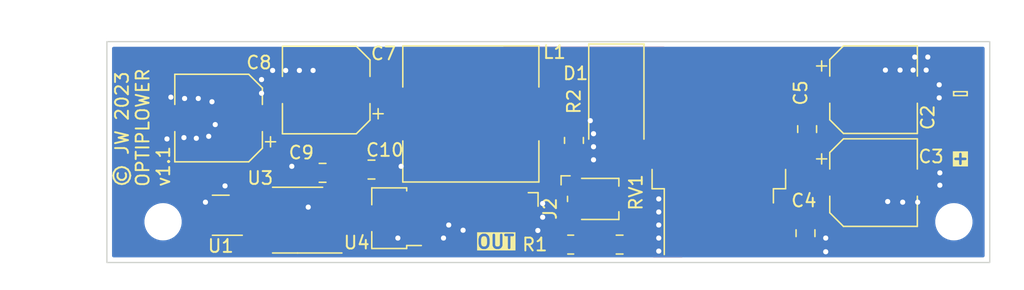
<source format=kicad_pcb>
(kicad_pcb (version 20221018) (generator pcbnew)
  (title_block (comment 4 "AISLER Project ID: VBFHKIOV"))
  (layers (0 "F.Cu" signal) (31 "B.Cu" signal) (34 "B.Paste" user) (35 "F.Paste" user) (36 "B.SilkS" user "B.Silkscreen") (37 "F.SilkS" user "F.Silkscreen") (38 "B.Mask" user) (39 "F.Mask" user) (44 "Edge.Cuts" user))
  (net 0 "")
  (net 1 "+3V3")
  (net 2 "GND")
  (net 3 "+24V")
  (net 4 "Net-(U2-VC)")
  (net 5 "VCC")
  (net 6 "Net-(U2-FB)")
  (net 7 "/SENSE")
  (net 8 "Net-(R1-Pad2)")
  (net 9 "Net-(R2-Pad1)")
  (net 13 "/SW")
  (footprint "Capacitor_SMD:CP_Elec_6.3x7.7" (layer "F.Cu") (at 196.8576 84.3788 180)
    (fp_text reference "C8" (at -3.142 4.318) (layer "F.SilkS"))
    (fp_text value "220uF")
    (fp_line (start -4.4375 -1.8475) (end -3.65 -1.8475) (stroke (width 0.12)) (layer "F.SilkS"))
    (fp_line (start -4.04375 -2.24125) (end -4.04375 -1.45375) (stroke (width 0.12)) (layer "F.SilkS"))
    (fp_line (start -3.41 -2.345563) (end -3.41 -1.06) (stroke (width 0.12)) (layer "F.SilkS"))
    (fp_line (start -3.41 -2.345563) (end -2.345563 -3.41) (stroke (width 0.12)) (layer "F.SilkS"))
    (fp_line (start -3.41 2.345563) (end -3.41 1.06) (stroke (width 0.12)) (layer "F.SilkS"))
    (fp_line (start -3.41 2.345563) (end -2.345563 3.41) (stroke (width 0.12)) (layer "F.SilkS"))
    (fp_line (start -2.345563 -3.41) (end 3.41 -3.41) (stroke (width 0.12)) (layer "F.SilkS"))
    (fp_line (start -2.345563 3.41) (end 3.41 3.41) (stroke (width 0.12)) (layer "F.SilkS"))
    (fp_line (start 3.41 -3.41) (end 3.41 -1.06) (stroke (width 0.12)) (layer "F.SilkS"))
    (fp_line (start 3.41 3.41) (end 3.41 1.06) (stroke (width 0.12)) (layer "F.SilkS"))
    (pad "1" smd roundrect (at -2.7 0 180) (size 3.5 1.6) (layers "F.Cu" "F.Paste" "F.Mask") (roundrect_rratio 0.15625) (net 5 "VCC"))
    (pad "2" smd roundrect (at 2.7 0 180) (size 3.5 1.6) (layers "F.Cu" "F.Paste" "F.Mask") (roundrect_rratio 0.15625) (net 2 "GND"))
  )
  (footprint "MountingHole:MountingHole_2.2mm_M2" (layer "F.Cu") (at 192.532 92.456)
    (fp_text reference "H1" hide)
    (fp_text value "~" hide)
    (pad "" np_thru_hole circle (at 0 0) (size 2.2 2.2) (drill 2.2) (layers "*.Cu" "*.Mask"))
  )
  (footprint "Package_SO:SOIC-8_3.9x4.9mm_P1.27mm" (layer "F.Cu") (at 203.011 92.329 180)
    (fp_text reference "U3" (at 2.9098 3.2766) (layer "F.SilkS"))
    (fp_text value "ATtiny25-10SSU")
    (fp_line (start 0 -2.56) (end -3.45 -2.56) (stroke (width 0.12)) (layer "F.SilkS"))
    (fp_line (start 0 -2.56) (end 1.95 -2.56) (stroke (width 0.12)) (layer "F.SilkS"))
    (fp_line (start 0 2.56) (end -1.95 2.56) (stroke (width 0.12)) (layer "F.SilkS"))
    (fp_line (start 0 2.56) (end 1.95 2.56) (stroke (width 0.12)) (layer "F.SilkS"))
    (pad "1" smd roundrect (at -2.475 -1.905 180) (size 1.95 0.6) (layers "F.Cu" "F.Paste" "F.Mask"))
    (pad "2" smd roundrect (at -2.475 -0.635 180) (size 1.95 0.6) (layers "F.Cu" "F.Paste" "F.Mask"))
    (pad "3" smd roundrect (at -2.475 0.635 180) (size 1.95 0.6) (layers "F.Cu" "F.Paste" "F.Mask"))
    (pad "4" smd roundrect (at -2.475 1.905 180) (size 1.95 0.6) (layers "F.Cu" "F.Paste" "F.Mask") (net 2 "GND"))
    (pad "5" smd roundrect (at 2.475 1.905 180) (size 1.95 0.6) (layers "F.Cu" "F.Paste" "F.Mask"))
    (pad "6" smd roundrect (at 2.475 0.635 180) (size 1.95 0.6) (layers "F.Cu" "F.Paste" "F.Mask"))
    (pad "7" smd roundrect (at 2.475 -0.635 180) (size 1.95 0.6) (layers "F.Cu" "F.Paste" "F.Mask") (net 7 "/SENSE"))
    (pad "8" smd roundrect (at 2.475 -1.905 180) (size 1.95 0.6) (layers "F.Cu" "F.Paste" "F.Mask") (net 1 "+3V3"))
  )
  (footprint "Capacitor_SMD:C_0805_2012Metric_Pad1.18x1.45mm_HandSolder" (layer "F.Cu") (at 228.092 94.234)
    (fp_text reference "C6" hide)
    (fp_text value "33n")
    (fp_line (start -0.261252 -0.735) (end 0.261252 -0.735) (stroke (width 0.12)) (layer "F.SilkS"))
    (fp_line (start -0.261252 0.735) (end 0.261252 0.735) (stroke (width 0.12)) (layer "F.SilkS"))
    (pad "1" smd roundrect (at -1.0375 0) (size 1.175 1.45) (layers "F.Cu" "F.Paste" "F.Mask") (roundrect_rratio 0.2127659574) (net 5 "VCC"))
    (pad "2" smd roundrect (at 1.0375 0) (size 1.175 1.45) (layers "F.Cu" "F.Paste" "F.Mask") (roundrect_rratio 0.2127659574) (net 6 "Net-(U2-FB)"))
  )
  (footprint "Capacitor_SMD:CP_Elec_6.3x7.7" (layer "F.Cu") (at 205.2396 82.1944 180)
    (fp_text reference "C7" (at -4.4628 2.8448) (layer "F.SilkS"))
    (fp_text value "220uF")
    (fp_line (start -4.4375 -1.8475) (end -3.65 -1.8475) (stroke (width 0.12)) (layer "F.SilkS"))
    (fp_line (start -4.04375 -2.24125) (end -4.04375 -1.45375) (stroke (width 0.12)) (layer "F.SilkS"))
    (fp_line (start -3.41 -2.345563) (end -3.41 -1.06) (stroke (width 0.12)) (layer "F.SilkS"))
    (fp_line (start -3.41 -2.345563) (end -2.345563 -3.41) (stroke (width 0.12)) (layer "F.SilkS"))
    (fp_line (start -3.41 2.345563) (end -3.41 1.06) (stroke (width 0.12)) (layer "F.SilkS"))
    (fp_line (start -3.41 2.345563) (end -2.345563 3.41) (stroke (width 0.12)) (layer "F.SilkS"))
    (fp_line (start -2.345563 -3.41) (end 3.41 -3.41) (stroke (width 0.12)) (layer "F.SilkS"))
    (fp_line (start -2.345563 3.41) (end 3.41 3.41) (stroke (width 0.12)) (layer "F.SilkS"))
    (fp_line (start 3.41 -3.41) (end 3.41 -1.06) (stroke (width 0.12)) (layer "F.SilkS"))
    (fp_line (start 3.41 3.41) (end 3.41 1.06) (stroke (width 0.12)) (layer "F.SilkS"))
    (pad "1" smd roundrect (at -2.7 0 180) (size 3.5 1.6) (layers "F.Cu" "F.Paste" "F.Mask") (roundrect_rratio 0.15625) (net 5 "VCC"))
    (pad "2" smd roundrect (at 2.7 0 180) (size 3.5 1.6) (layers "F.Cu" "F.Paste" "F.Mask") (roundrect_rratio 0.15625) (net 2 "GND"))
  )
  (footprint "Capacitor_SMD:CP_Elec_6.3x7.7" (layer "F.Cu") (at 247.871 89.408)
    (fp_text reference "C3" (at 4.478 -2.032) (layer "F.SilkS"))
    (fp_text value "220uF")
    (fp_line (start -4.4375 -1.8475) (end -3.65 -1.8475) (stroke (width 0.12)) (layer "F.SilkS"))
    (fp_line (start -4.04375 -2.24125) (end -4.04375 -1.45375) (stroke (width 0.12)) (layer "F.SilkS"))
    (fp_line (start -3.41 -2.345563) (end -3.41 -1.06) (stroke (width 0.12)) (layer "F.SilkS"))
    (fp_line (start -3.41 -2.345563) (end -2.345563 -3.41) (stroke (width 0.12)) (layer "F.SilkS"))
    (fp_line (start -3.41 2.345563) (end -3.41 1.06) (stroke (width 0.12)) (layer "F.SilkS"))
    (fp_line (start -3.41 2.345563) (end -2.345563 3.41) (stroke (width 0.12)) (layer "F.SilkS"))
    (fp_line (start -2.345563 -3.41) (end 3.41 -3.41) (stroke (width 0.12)) (layer "F.SilkS"))
    (fp_line (start -2.345563 3.41) (end 3.41 3.41) (stroke (width 0.12)) (layer "F.SilkS"))
    (fp_line (start 3.41 -3.41) (end 3.41 -1.06) (stroke (width 0.12)) (layer "F.SilkS"))
    (fp_line (start 3.41 3.41) (end 3.41 1.06) (stroke (width 0.12)) (layer "F.SilkS"))
    (pad "1" smd roundrect (at -2.7 0) (size 3.5 1.6) (layers "F.Cu" "F.Paste" "F.Mask") (roundrect_rratio 0.15625) (net 3 "+24V"))
    (pad "2" smd roundrect (at 2.7 0) (size 3.5 1.6) (layers "F.Cu" "F.Paste" "F.Mask") (roundrect_rratio 0.15625) (net 2 "GND"))
  )
  (footprint "Capacitor_SMD:C_0805_2012Metric_Pad1.18x1.45mm_HandSolder" (layer "F.Cu") (at 208.7665 88.392)
    (fp_text reference "C10" (at 1.0375 -1.524) (layer "F.SilkS"))
    (fp_text value "1uF")
    (fp_line (start -0.261252 -0.735) (end 0.261252 -0.735) (stroke (width 0.12)) (layer "F.SilkS"))
    (fp_line (start -0.261252 0.735) (end 0.261252 0.735) (stroke (width 0.12)) (layer "F.SilkS"))
    (pad "1" smd roundrect (at -1.0375 0) (size 1.175 1.45) (layers "F.Cu" "F.Paste" "F.Mask") (roundrect_rratio 0.2127659574) (net 1 "+3V3"))
    (pad "2" smd roundrect (at 1.0375 0) (size 1.175 1.45) (layers "F.Cu" "F.Paste" "F.Mask") (roundrect_rratio 0.2127659574) (net 2 "GND"))
  )
  (footprint "Capacitor_SMD:CP_Elec_6.3x7.7" (layer "F.Cu") (at 247.871 82.169)
    (fp_text reference "C2" (at 4.224 2.159 90) (layer "F.SilkS"))
    (fp_text value "220uF")
    (fp_line (start -4.4375 -1.8475) (end -3.65 -1.8475) (stroke (width 0.12)) (layer "F.SilkS"))
    (fp_line (start -4.04375 -2.24125) (end -4.04375 -1.45375) (stroke (width 0.12)) (layer "F.SilkS"))
    (fp_line (start -3.41 -2.345563) (end -3.41 -1.06) (stroke (width 0.12)) (layer "F.SilkS"))
    (fp_line (start -3.41 -2.345563) (end -2.345563 -3.41) (stroke (width 0.12)) (layer "F.SilkS"))
    (fp_line (start -3.41 2.345563) (end -3.41 1.06) (stroke (width 0.12)) (layer "F.SilkS"))
    (fp_line (start -3.41 2.345563) (end -2.345563 3.41) (stroke (width 0.12)) (layer "F.SilkS"))
    (fp_line (start -2.345563 -3.41) (end 3.41 -3.41) (stroke (width 0.12)) (layer "F.SilkS"))
    (fp_line (start -2.345563 3.41) (end 3.41 3.41) (stroke (width 0.12)) (layer "F.SilkS"))
    (fp_line (start 3.41 -3.41) (end 3.41 -1.06) (stroke (width 0.12)) (layer "F.SilkS"))
    (fp_line (start 3.41 3.41) (end 3.41 1.06) (stroke (width 0.12)) (layer "F.SilkS"))
    (pad "1" smd roundrect (at -2.7 0) (size 3.5 1.6) (layers "F.Cu" "F.Paste" "F.Mask") (roundrect_rratio 0.15625) (net 3 "+24V"))
    (pad "2" smd roundrect (at 2.7 0) (size 3.5 1.6) (layers "F.Cu" "F.Paste" "F.Mask") (roundrect_rratio 0.15625) (net 2 "GND"))
  )
  (footprint "Capacitor_SMD:C_0805_2012Metric_Pad1.18x1.45mm_HandSolder" (layer "F.Cu") (at 242.697 85.2385 90)
    (fp_text reference "C5" (at 2.8155 -0.508 90) (layer "F.SilkS"))
    (fp_text value "1uF")
    (fp_line (start -0.261252 -0.735) (end 0.261252 -0.735) (stroke (width 0.12)) (layer "F.SilkS"))
    (fp_line (start -0.261252 0.735) (end 0.261252 0.735) (stroke (width 0.12)) (layer "F.SilkS"))
    (pad "1" smd roundrect (at -1.0375 0 90) (size 1.175 1.45) (layers "F.Cu" "F.Paste" "F.Mask") (roundrect_rratio 0.2127659574) (net 3 "+24V"))
    (pad "2" smd roundrect (at 1.0375 0 90) (size 1.175 1.45) (layers "F.Cu" "F.Paste" "F.Mask") (roundrect_rratio 0.2127659574) (net 4 "Net-(U2-VC)"))
  )
  (footprint "Optiplower:5.08_PWR_IN" (layer "F.Cu") (at 254.635 85.09 90)
    (fp_text reference "J1" hide)
    (fp_text value "Conn_01x02" hide)
    (pad "1" smd rect (at 0 0 90) (size 2.08 3.6) (layers "F.Cu" "F.Paste" "F.Mask") (net 3 "+24V"))
    (pad "2" smd roundrect (at 5.08 0 90) (size 2.08 3.6) (layers "F.Cu" "F.Paste" "F.Mask") (roundrect_rratio 0) (chamfer_ratio 0.3) (chamfer top_right) (net 2 "GND"))
  )
  (footprint "Optiplower:Output_pads" (layer "F.Cu") (at 220.98 91.44 -90)
    (fp_text reference "J2" (at 0 -1.695 -90) (layer "F.SilkS"))
    (fp_text value "Conn_01x03")
    (fp_line (start -1.25 -0.76) (end -0.195 -0.76) (stroke (width 0.12)) (layer "F.SilkS"))
    (fp_line (start -1.25 0) (end -1.25 -0.76) (stroke (width 0.12)) (layer "F.SilkS"))
    (pad "1" smd roundrect (at 0 0 270) (size 2 1) (layers "F.Cu" "F.Paste" "F.Mask") (roundrect_rratio 0) (chamfer_ratio 0.3) (chamfer top_left) (net 2 "GND"))
    (pad "2" smd rect (at 0 1.27 270) (size 2 1) (layers "F.Cu" "F.Paste" "F.Mask") (net 5 "VCC"))
    (pad "3" smd rect (at 0 2.54 270) (size 2 1) (layers "F.Cu" "F.Paste" "F.Mask") (net 7 "/SENSE"))
    (pad "4" smd rect (at 0 3.81 270) (size 2 1) (layers "F.Cu" "F.Paste" "F.Mask") (net 5 "VCC"))
    (pad "5" smd rect (at 0 5.08 270) (size 2 1) (layers "F.Cu" "F.Paste" "F.Mask") (net 2 "GND"))
  )
  (footprint "Capacitor_SMD:C_0805_2012Metric_Pad1.18x1.45mm_HandSolder" (layer "F.Cu") (at 204.9565 88.646 180)
    (fp_text reference "C9" (at 1.6549 1.5748) (layer "F.SilkS"))
    (fp_text value "1uF")
    (fp_line (start -0.261252 -0.735) (end 0.261252 -0.735) (stroke (width 0.12)) (layer "F.SilkS"))
    (fp_line (start -0.261252 0.735) (end 0.261252 0.735) (stroke (width 0.12)) (layer "F.SilkS"))
    (pad "1" smd roundrect (at -1.0375 0 180) (size 1.175 1.45) (layers "F.Cu" "F.Paste" "F.Mask") (roundrect_rratio 0.2127659574) (net 5 "VCC"))
    (pad "2" smd roundrect (at 1.0375 0 180) (size 1.175 1.45) (layers "F.Cu" "F.Paste" "F.Mask") (roundrect_rratio 0.2127659574) (net 2 "GND"))
  )
  (footprint "Package_TO_SOT_SMD:TO-263-5_TabPin3" (layer "F.Cu") (at 235.82 85.06 90)
    (fp_text reference "U2" hide)
    (fp_text value "XL4015")
    (fp_line (start -4.825 -5.2) (end -4.825 -4.25) (stroke (width 0.12)) (layer "F.SilkS"))
    (fp_line (start -4.825 -4.25) (end -9.95 -4.25) (stroke (width 0.12)) (layer "F.SilkS"))
    (fp_line (start -4.825 4.25) (end -5.925 4.25) (stroke (width 0.12)) (layer "F.SilkS"))
    (fp_line (start -4.825 5.2) (end -4.825 4.25) (stroke (width 0.12)) (layer "F.SilkS"))
    (fp_line (start -3.325 -5.2) (end -4.825 -5.2) (stroke (width 0.12)) (layer "F.SilkS"))
    (fp_line (start -3.325 5.2) (end -4.825 5.2) (stroke (width 0.12)) (layer "F.SilkS"))
    (pad "1" smd roundrect (at -7.65 -3.4 90) (size 4.6 1.1) (layers "F.Cu" "F.Paste" "F.Mask") (roundrect_rratio 0.2272727273) (net 2 "GND"))
    (pad "2" smd roundrect (at -7.65 -1.7 90) (size 4.6 1.1) (layers "F.Cu" "F.Paste" "F.Mask") (roundrect_rratio 0.2272727273) (net 6 "Net-(U2-FB)"))
    (pad "3" smd roundrect (at -7.65 0 90) (size 4.6 1.1) (layers "F.Cu" "F.Paste" "F.Mask") (roundrect_rratio 0.2272727273) (net 13 "/SW"))
    (pad "3" smd roundrect (at -0.925 -2.775 90) (size 4.55 5.25) (layers "F.Cu" "F.Paste") (roundrect_rratio 0.05494505495) (net 13 "/SW"))
    (pad "3" smd roundrect (at -0.925 2.775 90) (size 4.55 5.25) (layers "F.Cu" "F.Paste") (roundrect_rratio 0.05494505495) (net 13 "/SW"))
    (pad "3" smd roundrect (at 1.5 0 90) (size 9.4 10.8) (layers "F.Cu" "F.Mask") (roundrect_rratio 0.02659595745) (net 13 "/SW"))
    (pad "3" smd roundrect (at 3.925 -2.775 90) (size 4.55 5.25) (layers "F.Cu" "F.Paste") (roundrect_rratio 0.05494505495) (net 13 "/SW"))
    (pad "3" smd roundrect (at 3.925 2.775 90) (size 4.55 5.25) (layers "F.Cu" "F.Paste") (roundrect_rratio 0.05494505495) (net 13 "/SW"))
    (pad "4" smd roundrect (at -7.65 1.7 90) (size 4.6 1.1) (layers "F.Cu" "F.Paste" "F.Mask") (roundrect_rratio 0.2272727273) (net 4 "Net-(U2-VC)"))
    (pad "5" smd roundrect (at -7.65 3.4 90) (size 4.6 1.1) (layers "F.Cu" "F.Paste" "F.Mask") (roundrect_rratio 0.2272727273) (net 3 "+24V"))
  )
  (footprint "Resistor_SMD:R_0805_2012Metric_Pad1.20x1.40mm_HandSolder" (layer "F.Cu") (at 224.282 94.234)
    (fp_text reference "R1" (at -2.794 0) (layer "F.SilkS"))
    (fp_text value "150K")
    (fp_line (start -0.227064 -0.735) (end 0.227064 -0.735) (stroke (width 0.12)) (layer "F.SilkS"))
    (fp_line (start -0.227064 0.735) (end 0.227064 0.735) (stroke (width 0.12)) (layer "F.SilkS"))
    (pad "1" smd roundrect (at -1 0) (size 1.2 1.4) (layers "F.Cu" "F.Paste" "F.Mask") (roundrect_rratio 0.2083333333) (net 5 "VCC"))
    (pad "2" smd roundrect (at 1 0) (size 1.2 1.4) (layers "F.Cu" "F.Paste" "F.Mask") (roundrect_rratio 0.2083333333) (net 8 "Net-(R1-Pad2)"))
  )
  (footprint "Package_TO_SOT_SMD:SOT-23" (layer "F.Cu") (at 197.0255 91.948 180)
    (fp_text reference "U1" (at 0 -2.4) (layer "F.SilkS"))
    (fp_text value "DS2502S+")
    (fp_line (start 0 -1.56) (end -1.675 -1.56) (stroke (width 0.12)) (layer "F.SilkS"))
    (fp_line (start 0 -1.56) (end 0.65 -1.56) (stroke (width 0.12)) (layer "F.SilkS"))
    (fp_line (start 0 1.56) (end -0.65 1.56) (stroke (width 0.12)) (layer "F.SilkS"))
    (fp_line (start 0 1.56) (end 0.65 1.56) (stroke (width 0.12)) (layer "F.SilkS"))
    (pad "1" smd roundrect (at -0.9375 -0.95 180) (size 1.475 0.6) (layers "F.Cu" "F.Paste" "F.Mask") (net 7 "/SENSE"))
    (pad "2" smd roundrect (at -0.9375 0.95 180) (size 1.475 0.6) (layers "F.Cu" "F.Paste" "F.Mask") (net 2 "GND"))
    (pad "3" smd roundrect (at 0.9375 0 180) (size 1.475 0.6) (layers "F.Cu" "F.Paste" "F.Mask") (net 2 "GND"))
  )
  (footprint "MountingHole:MountingHole_2.2mm_M2" (layer "F.Cu") (at 254.127 92.456)
    (fp_text reference "H2" hide)
    (fp_text value "~" hide)
    (pad "" np_thru_hole circle (at 0 0) (size 2.2 2.2) (drill 2.2) (layers "*.Cu" "*.Mask"))
  )
  (footprint "Optiplower:L_MDA1050_10x11mm" (layer "F.Cu") (at 216.505 84.06 180)
    (fp_text reference "L1" (at -6.507 4.812) (layer "F.SilkS"))
    (fp_text value "47uH")
    (fp_line (start -5.3 -5.3) (end 5.3 -5.3) (stroke (width 0.12)) (layer "F.SilkS"))
    (fp_line (start -5.3 -2.1) (end -5.3 -5.3) (stroke (width 0.12)) (layer "F.SilkS"))
    (fp_line (start -5.3 5.3) (end -5.3 2.1) (stroke (width 0.12)) (layer "F.SilkS"))
    (fp_line (start 5.3 -5.3) (end 5.3 -2.1) (stroke (width 0.12)) (layer "F.SilkS"))
    (fp_line (start 5.3 2.1) (end 5.3 5.3) (stroke (width 0.12)) (layer "F.SilkS"))
    (fp_line (start 5.3 5.3) (end -5.3 5.3) (stroke (width 0.12)) (layer "F.SilkS"))
    (pad "1" smd rect (at -4.475 0 180) (size 3.55 3.5) (layers "F.Cu" "F.Paste" "F.Mask") (net 13 "/SW"))
    (pad "2" smd rect (at 4.475 0 180) (size 3.55 3.5) (layers "F.Cu" "F.Paste" "F.Mask") (net 5 "VCC"))
  )
  (footprint "Resistor_SMD:R_0805_2012Metric_Pad1.20x1.40mm_HandSolder" (layer "F.Cu") (at 224.536 86.122 90)
    (fp_text reference "R2" (at 3.032 0 90) (layer "F.SilkS"))
    (fp_text value "10K")
    (fp_line (start -0.227064 -0.735) (end 0.227064 -0.735) (stroke (width 0.12)) (layer "F.SilkS"))
    (fp_line (start -0.227064 0.735) (end 0.227064 0.735) (stroke (width 0.12)) (layer "F.SilkS"))
    (pad "1" smd roundrect (at -1 0 90) (size 1.2 1.4) (layers "F.Cu" "F.Paste" "F.Mask") (roundrect_rratio 0.2083333333) (net 9 "Net-(R2-Pad1)"))
    (pad "2" smd roundrect (at 1 0 90) (size 1.2 1.4) (layers "F.Cu" "F.Paste" "F.Mask") (roundrect_rratio 0.2083333333) (net 2 "GND"))
  )
  (footprint "Capacitor_SMD:C_0805_2012Metric_Pad1.18x1.45mm_HandSolder" (layer "F.Cu") (at 242.57 93.345 -90)
    (fp_text reference "C4" (at -2.54 0.127) (layer "F.SilkS"))
    (fp_text value "1uF")
    (fp_line (start -0.261252 -0.735) (end 0.261252 -0.735) (stroke (width 0.12)) (layer "F.SilkS"))
    (fp_line (start -0.261252 0.735) (end 0.261252 0.735) (stroke (width 0.12)) (layer "F.SilkS"))
    (pad "1" smd roundrect (at -1.0375 0 270) (size 1.175 1.45) (layers "F.Cu" "F.Paste" "F.Mask") (roundrect_rratio 0.2127659574) (net 3 "+24V"))
    (pad "2" smd roundrect (at 1.0375 0 270) (size 1.175 1.45) (layers "F.Cu" "F.Paste" "F.Mask") (roundrect_rratio 0.2127659574) (net 2 "GND"))
  )
  (footprint "Diode_SMD:D_SMB_Handsoldering" (layer "F.Cu") (at 227.838 83.32 -90)
    (fp_text reference "D1" (at -2.421 3.175 -180) (layer "F.SilkS"))
    (fp_text value "SK84B")
    (fp_line (start -4.71 -2.15) (end -4.71 2.15) (stroke (width 0.12)) (layer "F.SilkS"))
    (fp_line (start -4.71 -2.15) (end 2.7 -2.15) (stroke (width 0.12)) (layer "F.SilkS"))
    (fp_line (start -4.71 2.15) (end 2.7 2.15) (stroke (width 0.12)) (layer "F.SilkS"))
    (pad "1" smd roundrect (at -2.7 0 270) (size 3.5 2.3) (layers "F.Cu" "F.Paste" "F.Mask") (roundrect_rratio 0.1086956522) (net 13 "/SW"))
    (pad "2" smd roundrect (at 2.7 0 270) (size 3.5 2.3) (layers "F.Cu" "F.Paste" "F.Mask") (roundrect_rratio 0.1086956522) (net 2 "GND"))
  )
  (footprint "Potentiometer_SMD:Potentiometer_Bourns_TC33X_Vertical" (layer "F.Cu") (at 226.134 90.678)
    (fp_text reference "RV1" (at 3.228 -0.508 90) (layer "F.SilkS"))
    (fp_text value "1K")
    (fp_line (start -2.6 -1.8) (end -2.6 -1.1) (stroke (width 0.12)) (layer "F.SilkS"))
    (fp_line (start -2.1 -0.2) (end -2.1 0.2) (stroke (width 0.12)) (layer "F.SilkS"))
    (fp_line (start -1.9 -1.8) (end -2.6 -1.8) (stroke (width 0.12)) (layer "F.SilkS"))
    (fp_line (start -1 -1.6) (end 1.9 -1.6) (stroke (width 0.12)) (layer "F.SilkS"))
    (fp_line (start -1 1.6) (end 1.9 1.6) (stroke (width 0.12)) (layer "F.SilkS"))
    (fp_line (start 1.9 -1.6) (end 1.9 -1) (stroke (width 0.12)) (layer "F.SilkS"))
    (fp_line (start 1.9 1.6) (end 1.9 1) (stroke (width 0.12)) (layer "F.SilkS"))
    (pad "1" smd rect (at -1.8 -1) (size 1.2 1.2) (layers "F.Cu" "F.Paste" "F.Mask") (net 9 "Net-(R2-Pad1)"))
    (pad "2" smd rect (at 1.45 0) (size 1.5 1.6) (layers "F.Cu" "F.Paste" "F.Mask") (net 6 "Net-(U2-FB)"))
    (pad "3" smd rect (at -1.8 1) (size 1.2 1.2) (layers "F.Cu" "F.Paste" "F.Mask") (net 8 "Net-(R1-Pad2)"))
  )
  (footprint "Package_TO_SOT_SMD:SOT-89-3_Handsoldering" (layer "F.Cu") (at 210.148 92.178 180)
    (fp_text reference "U4" (at 2.54 -1.905) (layer "F.SilkS"))
    (fp_text value "LR7533-M")
    (fp_line (start -2.5 -2.13) (end -1.36 -2.13) (stroke (width 0.12)) (layer "F.SilkS"))
    (fp_line (start -1.36 -2.36) (end -1.36 -2.13) (stroke (width 0.12)) (layer "F.SilkS"))
    (fp_line (start -1.36 -2.36) (end 1.36 -2.36) (stroke (width 0.12)) (layer "F.SilkS"))
    (fp_line (start -1.36 2.36) (end -1.36 2.13) (stroke (width 0.12)) (layer "F.SilkS"))
    (fp_line (start 1.36 -2.36) (end 1.36 -1.05) (stroke (width 0.12)) (layer "F.SilkS"))
    (fp_line (start 1.36 1.05) (end 1.36 2.36) (stroke (width 0.12)) (layer "F.SilkS"))
    (fp_line (start 1.36 2.36) (end -1.36 2.36) (stroke (width 0.12)) (layer "F.SilkS"))
    (pad "1" smd rect (at -2.45 -1.5 180) (size 2.3 0.9) (layers "F.Cu" "F.Paste" "F.Mask") (net 2 "GND"))
    (pad "2" smd custom (at -2.3625 0 180) (size 2.475 0.9) (layers "F.Cu" "F.Paste" "F.Mask") (net 5 "VCC") (options (clearance outline) (anchor rect)) (primitives (gr_poly (pts (xy 5.3625 0.8665) (xy 1.2375 0.8665) (xy 1.2375 -0.8665) (xy 5.3625 -0.8665)) (width 0) (fill yes))))
    (pad "3" smd rect (at -2.45 1.5 180) (size 2.3 0.9) (layers "F.Cu" "F.Paste" "F.Mask") (net 1 "+3V3"))
  )
  (gr_rect (start 188.1578 78.425) (end 256.921 95.631) (stroke (width 0.1)) (fill none) (layer "Edge.Cuts"))
  (gr_text "+" (at 254.635 87.63 180) (layer "F.SilkS" knockout) (effects (font (size 1 1) (thickness 0.2) bold)))
  (gr_text "OUT" (at 218.44 94.615) (layer "F.SilkS" knockout) (effects (font (size 1 1) (thickness 0.2) bold) (justify bottom)))
  (gr_text "© JW 2023\nOPTIPLOWER\nv1.1" (at 193.1416 89.8144 90) (layer "F.SilkS") (effects (font (size 1 1)) (justify left bottom)))
  (gr_text "-" (at 254.635 82.55 180) (layer "F.SilkS" knockout) (effects (font (size 1 1) (thickness 0.2) bold)))
  (segment (start 212.598 90.678) (end 210.058 90.678) (width 0.25) (layer "F.Cu") (net 1))
  (segment (start 204.333 89.799) (end 201.836 92.296) (width 0.25) (layer "F.Cu") (net 1))
  (segment (start 207.729 88.392) (end 207.729 88.536673) (width 0.25) (layer "F.Cu") (net 1))
  (segment (start 201.168 94.234) (end 200.536 94.234) (width 0.25) (layer "F.Cu") (net 1))
  (segment (start 201.836 92.296) (end 201.836 93.566) (width 0.25) (layer "F.Cu") (net 1))
  (segment (start 210.058 90.678) (end 207.772 88.392) (width 0.25) (layer "F.Cu") (net 1))
  (segment (start 207.772 88.392) (end 207.729 88.392) (width 0.25) (layer "F.Cu") (net 1))
  (segment (start 201.836 93.566) (end 201.168 94.234) (width 0.25) (layer "F.Cu") (net 1))
  (segment (start 206.466673 89.799) (end 204.333 89.799) (width 0.25) (layer "F.Cu") (net 1))
  (segment (start 207.729 88.536673) (end 206.466673 89.799) (width 0.25) (layer "F.Cu") (net 1))
  (segment (start 232.42 93.462) (end 231.14 94.742) (width 0.25) (layer "F.Cu") (net 2))
  (segment (start 210.82 88.392) (end 211.074 88.138) (width 0.25) (layer "F.Cu") (net 2))
  (segment (start 232.156 92.71) (end 231.14 91.694) (width 0.25) (layer "F.Cu") (net 2))
  (segment (start 197.358 89.662) (end 197.963 90.267) (width 0.25) (layer "F.Cu") (net 2))
  (segment (start 214.328 93.678) (end 214.376 93.726) (width 0.25) (layer "F.Cu") (net 2))
  (segment (start 243.7345 94.3825) (end 242.57 94.3825) (width 0.25) (layer "F.Cu") (net 2))
  (segment (start 232.156 92.71) (end 231.14 93.726) (width 0.25) (layer "F.Cu") (net 2))
  (segment (start 209.804 88.392) (end 210.82 88.392) (width 0.25) (layer "F.Cu") (net 2))
  (segment (start 232.42 91.958) (end 231.14 90.678) (width 0.25) (layer "F.Cu") (net 2))
  (segment (start 232.42 92.71) (end 232.42 91.958) (width 0.25) (layer "F.Cu") (net 2))
  (segment (start 210.868 93.678) (end 210.82 93.726) (width 0.25) (layer "F.Cu") (net 2))
  (segment (start 204.732598 90.424) (end 203.839299 91.317299) (width 0.25) (layer "F.Cu") (net 2))
  (segment (start 232.42 92.71) (end 232.42 93.462) (width 0.25) (layer "F.Cu") (net 2))
  (segment (start 212.598 93.678) (end 214.328 93.678) (width 0.25) (layer "F.Cu") (net 2))
  (segment (start 205.486 90.424) (end 204.732598 90.424) (width 0.25) (layer "F.Cu") (net 2))
  (segment (start 243.4883 94.3825) (end 242.57 94.3825) (width 0.25) (layer "F.Cu") (net 2))
  (segment (start 244.1448 93.726) (end 243.4883 94.3825) (width 0.25) (layer "F.Cu") (net 2))
  (segment (start 244.1448 94.7928) (end 243.7345 94.3825) (width 0.25) (layer "F.Cu") (net 2))
  (segment (start 232.42 92.71) (end 231.14 92.71) (width 0.25) (layer "F.Cu") (net 2))
  (segment (start 203.919 88.646) (end 203.0685 88.646) (width 0.25) (layer "F.Cu") (net 2))
  (segment (start 232.42 92.71) (end 232.156 92.71) (width 0.25) (layer "F.Cu") (net 2))
  (segment (start 212.598 93.678) (end 210.868 93.678) (width 0.25) (layer "F.Cu") (net 2))
  (segment (start 197.963 90.267) (end 197.963 90.998) (width 0.25) (layer "F.Cu") (net 2))
  (segment (start 196.088 91.948) (end 196.088 91.186) (width 0.25) (layer "F.Cu") (net 2))
  (segment (start 196.088 91.186) (end 195.834 90.932) (width 0.25) (layer "F.Cu") (net 2))
  (segment (start 203.0685 88.646) (end 202.5605 88.138) (width 0.25) (layer "F.Cu") (net 2))
  (via (at 225.806 84.582) (size 0.8) (drill 0.4) (layers "F.Cu" "B.Cu") (net 2))
  (via (at 250.952 80.645) (size 0.8) (drill 0.4) (layers "F.Cu" "B.Cu") (net 2))
  (via (at 231.14 93.726) (size 0.8) (drill 0.4) (layers "F.Cu" "B.Cu") (net 2))
  (via (at 231.14 94.742) (size 0.8) (drill 0.4) (layers "F.Cu" "B.Cu") (net 2))
  (via (at 226.06 87.63) (size 0.8) (drill 0.4) (layers "F.Cu" "B.Cu") (net 2))
  (via (at 203.839299 91.317299) (size 0.8) (drill 0.4) (layers "F.Cu" "B.Cu") (net 2))
  (via (at 200.2028 81.3816) (size 0.8) (drill 0.4) (layers "F.Cu" "B.Cu") (net 2))
  (via (at 226.06 86.614) (size 0.8) (drill 0.4) (layers "F.Cu" "B.Cu") (net 2))
  (via (at 222.0976 91.0336) (size 0.8) (drill 0.4) (layers "F.Cu" "B.Cu") (net 2))
  (via (at 253.0348 88.646) (size 0.8) (drill 0.4) (layers "F.Cu" "B.Cu") (net 2))
  (via (at 202.5605 88.138) (size 0.8) (drill 0.4) (layers "F.Cu" "B.Cu") (net 2))
  (via (at 231.14 91.694) (size 0.8) (drill 0.4) (layers "F.Cu" "B.Cu") (net 2))
  (via (at 231.14 92.71) (size 0.8) (drill 0.4) (layers "F.Cu" "B.Cu") (net 2))
  (via (at 214.7824 92.71) (size 0.8) (drill 0.4) (layers "F.Cu" "B.Cu") (net 2))
  (via (at 251.079 79.629) (size 0.8) (drill 0.4) (layers "F.Cu" "B.Cu") (net 2))
  (via (at 248.793 80.645) (size 0.8) (drill 0.4) (layers "F.Cu" "B.Cu") (net 2))
  (via (at 231.14 90.678) (size 0.8) (drill 0.4) (layers "F.Cu" "B.Cu") (net 2))
  (via (at 251.968 80.645) (size 0.8) (drill 0.4) (layers "F.Cu" "B.Cu") (net 2))
  (via (at 214.376 93.726) (size 0.8) (drill 0.4) (layers "F.Cu" "B.Cu") (net 2))
  (via (at 221.722946 93.135454) (size 0.8) (drill 0.4) (layers "F.Cu" "B.Cu") (net 2))
  (via (at 197.358 89.662) (size 0.8) (drill 0.4) (layers "F.Cu" "B.Cu") (net 2))
  (via (at 204.216 80.6704) (size 0.8) (drill 0.4) (layers "F.Cu" "B.Cu") (net 2))
  (via (at 195.2752 82.8548) (size 0.8) (drill 0.4) (layers "F.Cu" "B.Cu") (net 2))
  (via (at 252.984 81.788) (size 0.8) (drill 0.4) (layers "F.Cu" "B.Cu") (net 2))
  (via (at 215.9 93.1164) (size 0.8) (drill 0.4) (layers "F.Cu" "B.Cu") (net 2))
  (via (at 195.1228 85.9536) (size 0.8) (drill 0.4) (layers "F.Cu" "B.Cu") (net 2))
  (via (at 196.342 83.1088) (size 0.8) (drill 0.4) (layers "F.Cu" "B.Cu") (net 2))
  (via (at 193.1416 82.7532) (size 0.8) (drill 0.4) (layers "F.Cu" "B.Cu") (net 2))
  (via (at 200.2028 82.4484) (size 0.8) (drill 0.4) (layers "F.Cu" "B.Cu") (net 2))
  (via (at 250.1392 90.932) (size 0.8) (drill 0.4) (layers "F.Cu" "B.Cu") (net 2))
  (via (at 196.088 85.8012) (size 0.8) (drill 0.4) (layers "F.Cu" "B.Cu") (net 2))
  (via (at 194.2084 82.8548) (size 0.8) (drill 0.4) (layers "F.Cu" "B.Cu") (net 2))
  (via (at 226.06 85.598) (size 0.8) (drill 0.4) (layers "F.Cu" "B.Cu") (net 2))
  (via (at 202.0824 80.6704) (size 0.8) (drill 0.4) (layers "F.Cu" "B.Cu") (net 2))
  (via (at 253.0348 89.6112) (size 0.8) (drill 0.4) (layers "F.Cu" "B.Cu") (net 2))
  (via (at 252.095 79.629) (size 0.8) (drill 0.4) (layers "F.Cu" "B.Cu") (net 2))
  (via (at 244.1448 93.726) (size 0.8) (drill 0.4) (layers "F.Cu" "B.Cu") (net 2))
  (via (at 248.9708 90.8812) (size 0.8) (drill 0.4) (layers "F.Cu" "B.Cu") (net 2))
  (via (at 194.1576 85.9028) (size 0.8) (drill 0.4) (layers "F.Cu" "B.Cu") (net 2))
  (via (at 210.82 93.726) (size 0.8) (drill 0.4) (layers "F.Cu" "B.Cu") (net 2))
  (via (at 222.0976 92.1004) (size 0.8) (drill 0.4) (layers "F.Cu" "B.Cu") (net 2))
  (via (at 211.074 88.138) (size 0.8) (drill 0.4) (layers "F.Cu" "B.Cu") (net 2))
  (via (at 203.1492 80.6704) (size 0.8) (drill 0.4) (layers "F.Cu" "B.Cu") (net 2))
  (via (at 201.0664 80.6704) (size 0.8) (drill 0.4) (layers "F.Cu" "B.Cu") (net 2))
  (via (at 252.984 82.804) (size 0.8) (drill 0.4) (layers "F.Cu" "B.Cu") (net 2))
  (via (at 249.936 80.645) (size 0.8) (drill 0.4) (layers "F.Cu" "B.Cu") (net 2))
  (via (at 251.3076 90.932) (size 0.8) (drill 0.4) (layers "F.Cu" "B.Cu") (net 2))
  (via (at 192.8368 86.0044) (size 0.8) (drill 0.4) (layers "F.Cu" "B.Cu") (net 2))
  (via (at 195.834 90.932) (size 0.8) (drill 0.4) (layers "F.Cu" "B.Cu") (net 2))
  (via (at 196.596 84.8868) (size 0.8) (drill 0.4) (layers "F.Cu" "B.Cu") (net 2))
  (via (at 244.1448 94.7928) (size 0.8) (drill 0.4) (layers "F.Cu" "B.Cu") (net 2))
  (segment (start 241.545 88.248173) (end 240.766173 89.027) (width 0.25) (layer "F.Cu") (net 4))
  (segment (start 240.766173 89.027) (end 238.76 89.027) (width 0.25) (layer "F.Cu") (net 4))
  (segment (start 237.52 90.267) (end 237.52 92.71) (width 0.25) (layer "F.Cu") (net 4))
  (segment (start 241.545 85.353) (end 241.545 88.248173) (width 0.25) (layer "F.Cu") (net 4))
  (segment (start 238.76 89.027) (end 237.52 90.267) (width 0.25) (layer "F.Cu") (net 4))
  (segment (start 242.697 84.201) (end 241.545 85.353) (width 0.25) (layer "F.Cu") (net 4))
  (segment (start 221.796894 94.234) (end 219.71 92.147106) (width 0.25) (layer "F.Cu") (net 5))
  (segment (start 205.994 88.646) (end 205.994 88.501327) (width 0.25) (layer "F.Cu") (net 5))
  (segment (start 210.435327 84.06) (end 212.03 84.06) (width 0.25) (layer "F.Cu") (net 5))
  (segment (start 225.732 92.9115) (end 225.732 91.226) (width 0.25) (layer "F.Cu") (net 5))
  (segment (start 227.0545 94.234) (end 225.732 92.9115) (width 0.25) (layer "F.Cu") (net 5))
  (segment (start 214.376 91.44) (end 214.376 86.406) (width 0.25) (layer "F.Cu") (net 5))
  (segment (start 213.638 92.178) (end 214.376 91.44) (width 0.25) (layer "F.Cu") (net 5))
  (segment (start 225.259 90.753) (end 223.5735 90.753) (width 0.25) (layer "F.Cu") (net 5))
  (segment (start 223.282 94.234) (end 221.796894 94.234) (width 0.25) (layer "F.Cu") (net 5))
  (segment (start 219.71 90.3732) (end 219.71 91.44) (width 0.25) (layer "F.Cu") (net 5))
  (segment (start 214.376 86.406) (end 212.03 84.06) (width 0.25) (layer "F.Cu") (net 5))
  (segment (start 212.5105 92.178) (end 213.638 92.178) (width 0.25) (layer "F.Cu") (net 5))
  (segment (start 225.732 91.226) (end 225.259 90.753) (width 0.25) (layer "F.Cu") (net 5))
  (segment (start 222.7365 89.916) (end 220.1672 89.916) (width 0.25) (layer "F.Cu") (net 5))
  (segment (start 223.5735 90.753) (end 222.7365 89.916) (width 0.25) (layer "F.Cu") (net 5))
  (segment (start 220.1672 89.916) (end 219.71 90.3732) (width 0.25) (layer "F.Cu") (net 5))
  (segment (start 205.994 88.501327) (end 210.435327 84.06) (width 0.25) (layer "F.Cu") (net 5))
  (segment (start 219.71 92.147106) (end 219.71 91.44) (width 0.25) (layer "F.Cu") (net 5))
  (segment (start 227.584 90.678) (end 228.766 90.678) (width 0.25) (layer "F.Cu") (net 6))
  (segment (start 234.12 92.71) (end 234.12 90.483) (width 0.25) (layer "F.Cu") (net 6))
  (segment (start 234.12 90.483) (end 232.918 89.281) (width 0.25) (layer "F.Cu") (net 6))
  (segment (start 228.766 93.8705) (end 228.766 90.678) (width 0.25) (layer "F.Cu") (net 6))
  (segment (start 232.918 89.281) (end 230.163 89.281) (width 0.25) (layer "F.Cu") (net 6))
  (segment (start 230.163 89.281) (end 228.766 90.678) (width 0.25) (layer "F.Cu") (net 6))
  (segment (start 229.1295 94.234) (end 228.766 93.8705) (width 0.25) (layer "F.Cu") (net 6))
  (segment (start 218.44 93.726) (end 217.307 94.859) (width 0.25) (layer "F.Cu") (net 7))
  (segment (start 218.44 91.44) (end 218.44 93.726) (width 0.25) (layer "F.Cu") (net 7))
  (segment (start 200.47 92.898) (end 200.536 92.964) (width 0.25) (layer "F.Cu") (net 7))
  (segment (start 197.963 92.898) (end 199.136 92.898) (width 0.25) (layer "F.Cu") (net 7))
  (segment (start 217.307 94.859) (end 199.514249 94.859) (width 0.25) (layer "F.Cu") (net 7))
  (segment (start 199.136 92.898) (end 200.47 92.898) (width 0.25) (layer "F.Cu") (net 7))
  (segment (start 197.963 93.307751) (end 197.963 92.898) (width 0.25) (layer "F.Cu") (net 7))
  (segment (start 199.514249 94.859) (end 197.963 93.307751) (width 0.25) (layer "F.Cu") (net 7))
  (segment (start 225.282 94.234) (end 225.282 92.626) (width 0.25) (layer "F.Cu") (net 8))
  (segment (start 225.282 92.626) (end 224.334 91.678) (width 0.25) (layer "F.Cu") (net 8))
  (segment (start 224.282 89.626) (end 224.334 89.678) (width 0.25) (layer "F.Cu") (net 9))
  (segment (start 224.282 87.122) (end 224.282 89.626) (width 0.25) (layer "F.Cu") (net 9))
  (segment (start 235.82 92.71) (end 235.82 83.56) (width 1) (layer "F.Cu") (net 13))
  (zone (net 13) (net_name "/SW") (layer "F.Cu") (priority 3) (connect_pads yes (clearance 0)) (min_thickness 0.25) (fill yes (thermal_gap 0.5) (thermal_bridge_width 0.5) (island_removal_mode 1) (island_area_min 10))
    (polygon (pts (xy 231.648 78.74) (xy 218.948 78.74) (xy 218.948 86.106) (xy 223.266 86.106) (xy 223.266 83.312) (xy 231.648 83.312)))
  )
  (zone (net 5) (net_name "VCC") (layer "F.Cu") (priority 4) (connect_pads yes (clearance 0)) (min_thickness 0.25) (fill yes (thermal_gap 0.5) (thermal_bridge_width 0.5) (island_removal_mode 1) (island_area_min 10))
    (polygon (pts (xy 205.3336 81.3816) (xy 205.3336 83.5152) (xy 197.7644 83.5152) (xy 197.7644 86.5632) (xy 213.36 86.5632) (xy 216.662 90.4748) (xy 216.662 91.694) (xy 220.218 91.694) (xy 220.1672 88.8492) (xy 216.505 84.6328) (xy 216.5096 81.3308)))
  )
  (zone (net 2) (net_name "GND") (layer "F.Cu") (priority 6) (connect_pads yes (clearance 0)) (min_thickness 0.25) (fill yes (thermal_gap 0.5) (thermal_bridge_width 0.5) (island_removal_mode 1) (island_area_min 10))
    (polygon (pts (xy 233.045 90.424) (xy 230.632 89.916) (xy 230.632 95.25) (xy 233.045 95.25)))
  )
  (zone (net 3) (net_name "+24V") (layer "F.Cu") (priority 1) (connect_pads (clearance 0)) (min_thickness 0.25) (fill yes (thermal_gap 0.3) (thermal_bridge_width 0.5))
    (polygon (pts (xy 238.76 95.123) (xy 241.046 95.123) (xy 241.427 93.091) (xy 244.094 93.091) (xy 247.65 90.17) (xy 247.65 87.884) (xy 256.413 87.884) (xy 256.413 83.947) (xy 247.523 83.947) (xy 247.523 81.153) (xy 243.332 81.153) (xy 243.332 83.185) (xy 243.713 83.566) (xy 243.713 85.217) (xy 241.935 85.217) (xy 241.935 88.773) (xy 239.903 90.297) (xy 238.76 90.297)))
  )
  (zone (net 2) (net_name "GND") (layer "F.Cu") (priority 5) (connect_pads yes (clearance 0)) (min_thickness 0.25) (fill yes (thermal_gap 0.5) (thermal_bridge_width 0.5) (island_removal_mode 1) (island_area_min 10))
    (polygon (pts (xy 229.108 84.074) (xy 223.52 84.074) (xy 223.52 86.106) (xy 225.806 86.106) (xy 225.806 87.884) (xy 229.108 87.884)))
  )
  (zone (net 2) (net_name "GND") (layer "F.Cu") (priority 10) (connect_pads yes (clearance 0)) (min_thickness 0.25) (fill yes (thermal_gap 0.3) (thermal_bridge_width 0.5))
    (polygon (pts (xy 216.408 90.424) (xy 214.63 90.424) (xy 213.868 93.5228) (xy 213.868 94.1832) (xy 216.408 94.1832)))
  )
  (zone (net 2) (net_name "GND") (layer "F.Cu") (priority 8) (connect_pads yes (clearance 0)) (min_thickness 0.25) (fill yes (thermal_gap 0.3) (thermal_bridge_width 0.5))
    (polygon (pts (xy 204.724 83.312) (xy 204.724 80.0608) (xy 199.4408 80.0608) (xy 192.3796 82.1436) (xy 192.3796 86.614) (xy 197.358 86.614) (xy 197.358 83.312)))
  )
  (zone (net 2) (net_name "GND") (layer "F.Cu") (priority 2) (connect_pads (clearance 0)) (min_thickness 0.25) (fill yes (thermal_gap 0.3) (thermal_bridge_width 0.5))
    (polygon (pts (xy 256.413 78.994) (xy 248.158 78.994) (xy 248.158 83.312) (xy 256.413 83.312)))
  )
  (zone (net 2) (net_name "GND") (layer "F.Cu") (priority 9) (connect_pads yes (clearance 0)) (min_thickness 0.25) (fill yes (thermal_gap 0.3) (thermal_bridge_width 0.5))
    (polygon (pts (xy 220.472 90.424) (xy 222.504 90.424) (xy 222.504 92.8624) (xy 221.8436 93.6752) (xy 221.488 93.6752) (xy 220.472 92.71)))
  )
  (zone (net 2) (net_name "GND") (layer "F.Cu") (priority 7) (connect_pads (clearance 0)) (min_thickness 0.25) (fill yes (thermal_gap 0.3) (thermal_bridge_width 0.5))
    (polygon (pts (xy 248.5136 88.138) (xy 248.5136 91.3892) (xy 251.6124 91.3892) (xy 252.7808 90.2716) (xy 253.4412 90.0176) (xy 253.4412 88.138)))
  )
  (zone (net 2) (net_name "GND") (layer "B.Cu") (connect_pads yes (clearance 0)) (min_thickness 0.25) (fill yes (thermal_gap 0.5) (thermal_bridge_width 0.5) (island_removal_mode 1) (island_area_min 10))
    (polygon (pts (xy 179.832 75.184) (xy 259.588 75.184) (xy 259.588 97.79) (xy 179.832 97.79)))
  )
)
</source>
